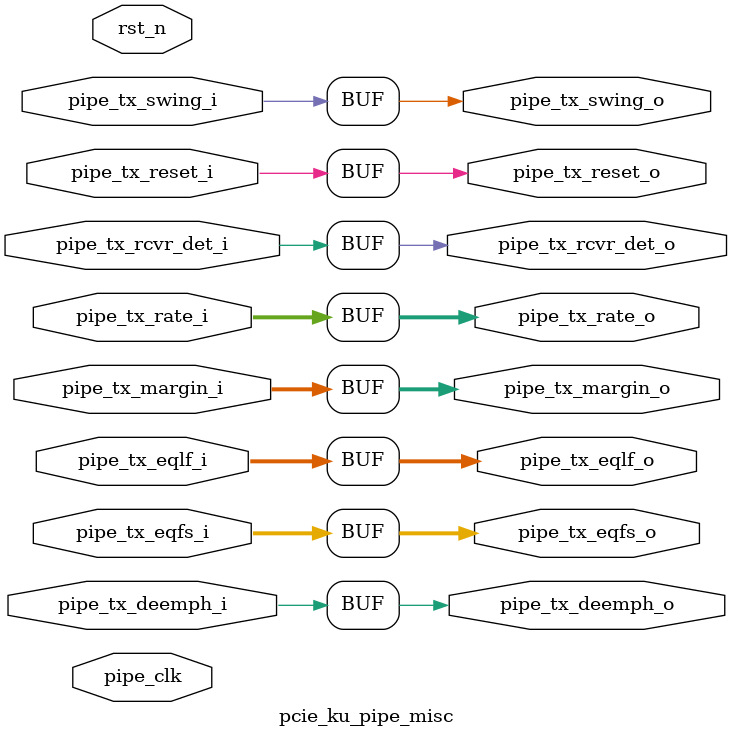
<source format=v>


/////////////////////////////////////////////////////////////////////////////

`timescale 1ps/1ps

(* DowngradeIPIdentifiedWarnings = "yes" *)
module pcie_ku_pipe_misc 
 #(
  parameter TCQ = 100,
  parameter PIPE_PIPELINE_STAGES = 0
  ) (
  input  wire         pipe_tx_rcvr_det_i,
  input  wire         pipe_tx_reset_i,
  input  wire   [1:0] pipe_tx_rate_i,
  input  wire         pipe_tx_deemph_i,
  input  wire   [2:0] pipe_tx_margin_i,
  input  wire         pipe_tx_swing_i,
  input  wire   [5:0] pipe_tx_eqfs_i,
  input  wire   [5:0] pipe_tx_eqlf_i,
  output wire         pipe_tx_rcvr_det_o,
  output wire         pipe_tx_reset_o,
  output wire   [1:0] pipe_tx_rate_o,
  output wire         pipe_tx_deemph_o,
  output wire   [2:0] pipe_tx_margin_o,
  output wire         pipe_tx_swing_o,
  output wire   [5:0] pipe_tx_eqfs_o,
  output wire   [5:0] pipe_tx_eqlf_o,
  input  wire         pipe_clk,
  input  wire         rst_n
  );

  reg                 pipe_tx_rcvr_det_q;
  reg                 pipe_tx_reset_q;
  reg           [1:0] pipe_tx_rate_q;
  reg                 pipe_tx_deemph_q;
  reg           [2:0] pipe_tx_margin_q;
  reg                 pipe_tx_swing_q;
  reg           [5:0] pipe_tx_eqfs_q;
  reg           [5:0] pipe_tx_eqlf_q;
  reg                 pipe_tx_rcvr_det_qq;
  reg                 pipe_tx_reset_qq;
  reg           [1:0] pipe_tx_rate_qq;
  reg                 pipe_tx_deemph_qq;
  reg           [2:0] pipe_tx_margin_qq;
  reg                 pipe_tx_swing_qq;
  reg           [5:0] pipe_tx_eqfs_qq;
  reg           [5:0] pipe_tx_eqlf_qq;

  generate
    if (PIPE_PIPELINE_STAGES == 0)
    begin : pipe_stages_0
      assign pipe_tx_rcvr_det_o = pipe_tx_rcvr_det_i;
      assign pipe_tx_reset_o = pipe_tx_reset_i;
      assign pipe_tx_rate_o = pipe_tx_rate_i;
      assign pipe_tx_deemph_o = pipe_tx_deemph_i;
      assign pipe_tx_margin_o = pipe_tx_margin_i;
      assign pipe_tx_swing_o = pipe_tx_swing_i;
      assign pipe_tx_eqfs_o = pipe_tx_eqfs_i;
      assign pipe_tx_eqlf_o = pipe_tx_eqlf_i;
    end
    else if (PIPE_PIPELINE_STAGES == 1)
    begin : pipe_stages_1
      always @(posedge pipe_clk)
      begin
        if (!rst_n)
        begin
          pipe_tx_rcvr_det_q <= #TCQ 1'b0;
          pipe_tx_reset_q <= #TCQ 1'b1;
          pipe_tx_rate_q <= #TCQ 2'b0;
          pipe_tx_deemph_q <= #TCQ 1'b1;
          pipe_tx_margin_q <= #TCQ 3'b0;
          pipe_tx_swing_q <= #TCQ 1'b0;
          pipe_tx_eqfs_q <= #TCQ 5'b0;
          pipe_tx_eqlf_q <= #TCQ 5'b0;
        end
        else
        begin
          pipe_tx_rcvr_det_q <= #TCQ pipe_tx_rcvr_det_i;
          pipe_tx_reset_q <= #TCQ pipe_tx_reset_i;
          pipe_tx_rate_q <= #TCQ pipe_tx_rate_i;
          pipe_tx_deemph_q <= #TCQ pipe_tx_deemph_i;
          pipe_tx_margin_q <= #TCQ pipe_tx_margin_i;
          pipe_tx_swing_q <= #TCQ pipe_tx_swing_i;
          pipe_tx_eqfs_q <= #TCQ pipe_tx_eqfs_i;
          pipe_tx_eqlf_q <= #TCQ pipe_tx_eqlf_i;
        end
      end
      assign pipe_tx_rcvr_det_o = pipe_tx_rcvr_det_q;
      assign pipe_tx_reset_o = pipe_tx_reset_q;
      assign pipe_tx_rate_o = pipe_tx_rate_q;
      assign pipe_tx_deemph_o = pipe_tx_deemph_q;
      assign pipe_tx_margin_o = pipe_tx_margin_q;
      assign pipe_tx_swing_o = pipe_tx_swing_q;
      assign pipe_tx_eqfs_o = pipe_tx_eqfs_q;
      assign pipe_tx_eqlf_o = pipe_tx_eqlf_q;
    end
    else if (PIPE_PIPELINE_STAGES == 2)
    begin : pipe_stages_2
      always @(posedge pipe_clk)
      begin
        if (!rst_n)
        begin
          pipe_tx_rcvr_det_q <= #TCQ 1'b0;
          pipe_tx_reset_q <= #TCQ 1'b1;
          pipe_tx_rate_q <= #TCQ 2'b0;
          pipe_tx_deemph_q <= #TCQ 1'b1;
          pipe_tx_margin_q <= #TCQ 1'b0;
          pipe_tx_swing_q <= #TCQ 1'b0;
          pipe_tx_eqfs_q <= #TCQ 5'b0;
          pipe_tx_eqlf_q <= #TCQ 5'b0;
          pipe_tx_rcvr_det_qq <= #TCQ 1'b0;
          pipe_tx_reset_qq <= #TCQ 1'b1;
          pipe_tx_rate_qq <= #TCQ 2'b0;
          pipe_tx_deemph_qq <= #TCQ 1'b1;
          pipe_tx_margin_qq <= #TCQ 1'b0;
          pipe_tx_swing_qq <= #TCQ 1'b0;
          pipe_tx_eqfs_qq <= #TCQ 5'b0;
          pipe_tx_eqlf_qq <= #TCQ 5'b0;
        end
        else
        begin
          pipe_tx_rcvr_det_q <= #TCQ pipe_tx_rcvr_det_i;
          pipe_tx_reset_q <= #TCQ pipe_tx_reset_i;
          pipe_tx_rate_q <= #TCQ pipe_tx_rate_i;
          pipe_tx_deemph_q <= #TCQ pipe_tx_deemph_i;
          pipe_tx_margin_q <= #TCQ pipe_tx_margin_i;
          pipe_tx_swing_q <= #TCQ pipe_tx_swing_i;
          pipe_tx_eqfs_q <= #TCQ pipe_tx_eqfs_i;
          pipe_tx_eqlf_q <= #TCQ pipe_tx_eqlf_i;
          pipe_tx_rcvr_det_qq <= #TCQ pipe_tx_rcvr_det_q;
          pipe_tx_reset_qq <= #TCQ pipe_tx_reset_q;
          pipe_tx_rate_qq <= #TCQ pipe_tx_rate_q;
          pipe_tx_deemph_qq <= #TCQ pipe_tx_deemph_q;
          pipe_tx_margin_qq <= #TCQ pipe_tx_margin_q;
          pipe_tx_swing_qq <= #TCQ pipe_tx_swing_q;
          pipe_tx_eqfs_qq <= #TCQ pipe_tx_eqfs_q;
          pipe_tx_eqlf_qq <= #TCQ pipe_tx_eqlf_q;
        end
      end
      assign pipe_tx_rcvr_det_o = pipe_tx_rcvr_det_qq;
      assign pipe_tx_reset_o = pipe_tx_reset_qq;
      assign pipe_tx_rate_o = pipe_tx_rate_qq;
      assign pipe_tx_deemph_o = pipe_tx_deemph_qq;
      assign pipe_tx_margin_o = pipe_tx_margin_qq;
      assign pipe_tx_swing_o = pipe_tx_swing_qq;
      assign pipe_tx_eqfs_o = pipe_tx_eqfs_qq;
      assign pipe_tx_eqlf_o = pipe_tx_eqlf_qq;
    end
    else
    begin
      assign pipe_tx_rcvr_det_o = pipe_tx_rcvr_det_i;
      assign pipe_tx_reset_o = pipe_tx_reset_i;
      assign pipe_tx_rate_o = pipe_tx_rate_i;
      assign pipe_tx_deemph_o = pipe_tx_deemph_i;
      assign pipe_tx_margin_o = pipe_tx_margin_i;
      assign pipe_tx_swing_o = pipe_tx_swing_i;
      assign pipe_tx_eqfs_o = pipe_tx_eqfs_i;
      assign pipe_tx_eqlf_o = pipe_tx_eqlf_i;
    end
  endgenerate

endmodule

</source>
